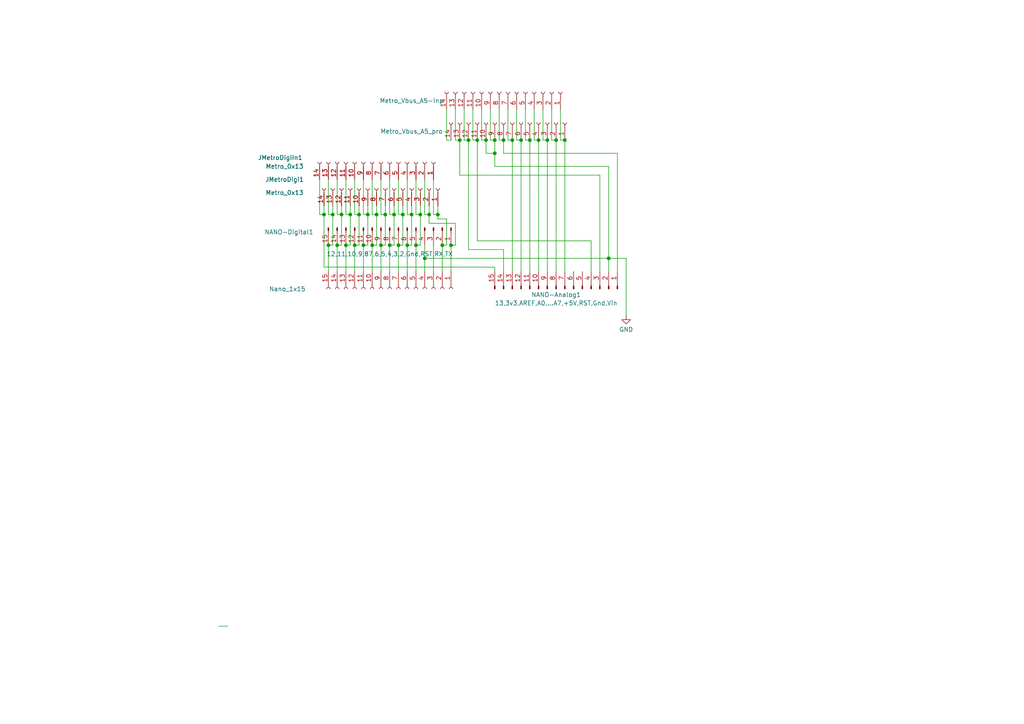
<source format=kicad_sch>
(kicad_sch (version 20230121) (generator eeschema)

  (uuid e3259798-7873-4060-bddb-d96810797230)

  (paper "A4")

  (lib_symbols
    (symbol "Connector:Conn_01x14_Socket" (pin_names (offset 1.016) hide) (in_bom yes) (on_board yes)
      (property "Reference" "J" (at 0 17.78 0)
        (effects (font (size 1.27 1.27)))
      )
      (property "Value" "Conn_01x14_Socket" (at 0 -20.32 0)
        (effects (font (size 1.27 1.27)))
      )
      (property "Footprint" "" (at 0 0 0)
        (effects (font (size 1.27 1.27)) hide)
      )
      (property "Datasheet" "~" (at 0 0 0)
        (effects (font (size 1.27 1.27)) hide)
      )
      (property "ki_locked" "" (at 0 0 0)
        (effects (font (size 1.27 1.27)))
      )
      (property "ki_keywords" "connector" (at 0 0 0)
        (effects (font (size 1.27 1.27)) hide)
      )
      (property "ki_description" "Generic connector, single row, 01x14, script generated" (at 0 0 0)
        (effects (font (size 1.27 1.27)) hide)
      )
      (property "ki_fp_filters" "Connector*:*_1x??_*" (at 0 0 0)
        (effects (font (size 1.27 1.27)) hide)
      )
      (symbol "Conn_01x14_Socket_1_1"
        (arc (start 0 -17.272) (mid -0.5058 -17.78) (end 0 -18.288)
          (stroke (width 0.1524) (type default))
          (fill (type none))
        )
        (arc (start 0 -14.732) (mid -0.5058 -15.24) (end 0 -15.748)
          (stroke (width 0.1524) (type default))
          (fill (type none))
        )
        (arc (start 0 -12.192) (mid -0.5058 -12.7) (end 0 -13.208)
          (stroke (width 0.1524) (type default))
          (fill (type none))
        )
        (arc (start 0 -9.652) (mid -0.5058 -10.16) (end 0 -10.668)
          (stroke (width 0.1524) (type default))
          (fill (type none))
        )
        (arc (start 0 -7.112) (mid -0.5058 -7.62) (end 0 -8.128)
          (stroke (width 0.1524) (type default))
          (fill (type none))
        )
        (arc (start 0 -4.572) (mid -0.5058 -5.08) (end 0 -5.588)
          (stroke (width 0.1524) (type default))
          (fill (type none))
        )
        (arc (start 0 -2.032) (mid -0.5058 -2.54) (end 0 -3.048)
          (stroke (width 0.1524) (type default))
          (fill (type none))
        )
        (polyline
          (pts
            (xy -1.27 -17.78)
            (xy -0.508 -17.78)
          )
          (stroke (width 0.1524) (type default))
          (fill (type none))
        )
        (polyline
          (pts
            (xy -1.27 -15.24)
            (xy -0.508 -15.24)
          )
          (stroke (width 0.1524) (type default))
          (fill (type none))
        )
        (polyline
          (pts
            (xy -1.27 -12.7)
            (xy -0.508 -12.7)
          )
          (stroke (width 0.1524) (type default))
          (fill (type none))
        )
        (polyline
          (pts
            (xy -1.27 -10.16)
            (xy -0.508 -10.16)
          )
          (stroke (width 0.1524) (type default))
          (fill (type none))
        )
        (polyline
          (pts
            (xy -1.27 -7.62)
            (xy -0.508 -7.62)
          )
          (stroke (width 0.1524) (type default))
          (fill (type none))
        )
        (polyline
          (pts
            (xy -1.27 -5.08)
            (xy -0.508 -5.08)
          )
          (stroke (width 0.1524) (type default))
          (fill (type none))
        )
        (polyline
          (pts
            (xy -1.27 -2.54)
            (xy -0.508 -2.54)
          )
          (stroke (width 0.1524) (type default))
          (fill (type none))
        )
        (polyline
          (pts
            (xy -1.27 0)
            (xy -0.508 0)
          )
          (stroke (width 0.1524) (type default))
          (fill (type none))
        )
        (polyline
          (pts
            (xy -1.27 2.54)
            (xy -0.508 2.54)
          )
          (stroke (width 0.1524) (type default))
          (fill (type none))
        )
        (polyline
          (pts
            (xy -1.27 5.08)
            (xy -0.508 5.08)
          )
          (stroke (width 0.1524) (type default))
          (fill (type none))
        )
        (polyline
          (pts
            (xy -1.27 7.62)
            (xy -0.508 7.62)
          )
          (stroke (width 0.1524) (type default))
          (fill (type none))
        )
        (polyline
          (pts
            (xy -1.27 10.16)
            (xy -0.508 10.16)
          )
          (stroke (width 0.1524) (type default))
          (fill (type none))
        )
        (polyline
          (pts
            (xy -1.27 12.7)
            (xy -0.508 12.7)
          )
          (stroke (width 0.1524) (type default))
          (fill (type none))
        )
        (polyline
          (pts
            (xy -1.27 15.24)
            (xy -0.508 15.24)
          )
          (stroke (width 0.1524) (type default))
          (fill (type none))
        )
        (arc (start 0 0.508) (mid -0.5058 0) (end 0 -0.508)
          (stroke (width 0.1524) (type default))
          (fill (type none))
        )
        (arc (start 0 3.048) (mid -0.5058 2.54) (end 0 2.032)
          (stroke (width 0.1524) (type default))
          (fill (type none))
        )
        (arc (start 0 5.588) (mid -0.5058 5.08) (end 0 4.572)
          (stroke (width 0.1524) (type default))
          (fill (type none))
        )
        (arc (start 0 8.128) (mid -0.5058 7.62) (end 0 7.112)
          (stroke (width 0.1524) (type default))
          (fill (type none))
        )
        (arc (start 0 10.668) (mid -0.5058 10.16) (end 0 9.652)
          (stroke (width 0.1524) (type default))
          (fill (type none))
        )
        (arc (start 0 13.208) (mid -0.5058 12.7) (end 0 12.192)
          (stroke (width 0.1524) (type default))
          (fill (type none))
        )
        (arc (start 0 15.748) (mid -0.5058 15.24) (end 0 14.732)
          (stroke (width 0.1524) (type default))
          (fill (type none))
        )
        (pin passive line (at -5.08 15.24 0) (length 3.81)
          (name "Pin_1" (effects (font (size 1.27 1.27))))
          (number "1" (effects (font (size 1.27 1.27))))
        )
        (pin passive line (at -5.08 -7.62 0) (length 3.81)
          (name "Pin_10" (effects (font (size 1.27 1.27))))
          (number "10" (effects (font (size 1.27 1.27))))
        )
        (pin passive line (at -5.08 -10.16 0) (length 3.81)
          (name "Pin_11" (effects (font (size 1.27 1.27))))
          (number "11" (effects (font (size 1.27 1.27))))
        )
        (pin passive line (at -5.08 -12.7 0) (length 3.81)
          (name "Pin_12" (effects (font (size 1.27 1.27))))
          (number "12" (effects (font (size 1.27 1.27))))
        )
        (pin passive line (at -5.08 -15.24 0) (length 3.81)
          (name "Pin_13" (effects (font (size 1.27 1.27))))
          (number "13" (effects (font (size 1.27 1.27))))
        )
        (pin passive line (at -5.08 -17.78 0) (length 3.81)
          (name "Pin_14" (effects (font (size 1.27 1.27))))
          (number "14" (effects (font (size 1.27 1.27))))
        )
        (pin passive line (at -5.08 12.7 0) (length 3.81)
          (name "Pin_2" (effects (font (size 1.27 1.27))))
          (number "2" (effects (font (size 1.27 1.27))))
        )
        (pin passive line (at -5.08 10.16 0) (length 3.81)
          (name "Pin_3" (effects (font (size 1.27 1.27))))
          (number "3" (effects (font (size 1.27 1.27))))
        )
        (pin passive line (at -5.08 7.62 0) (length 3.81)
          (name "Pin_4" (effects (font (size 1.27 1.27))))
          (number "4" (effects (font (size 1.27 1.27))))
        )
        (pin passive line (at -5.08 5.08 0) (length 3.81)
          (name "Pin_5" (effects (font (size 1.27 1.27))))
          (number "5" (effects (font (size 1.27 1.27))))
        )
        (pin passive line (at -5.08 2.54 0) (length 3.81)
          (name "Pin_6" (effects (font (size 1.27 1.27))))
          (number "6" (effects (font (size 1.27 1.27))))
        )
        (pin passive line (at -5.08 0 0) (length 3.81)
          (name "Pin_7" (effects (font (size 1.27 1.27))))
          (number "7" (effects (font (size 1.27 1.27))))
        )
        (pin passive line (at -5.08 -2.54 0) (length 3.81)
          (name "Pin_8" (effects (font (size 1.27 1.27))))
          (number "8" (effects (font (size 1.27 1.27))))
        )
        (pin passive line (at -5.08 -5.08 0) (length 3.81)
          (name "Pin_9" (effects (font (size 1.27 1.27))))
          (number "9" (effects (font (size 1.27 1.27))))
        )
      )
    )
    (symbol "Connector:Conn_01x15_Pin" (pin_names (offset 1.016) hide) (in_bom yes) (on_board yes)
      (property "Reference" "J" (at 0 20.32 0)
        (effects (font (size 1.27 1.27)))
      )
      (property "Value" "Conn_01x15_Pin" (at 0 -20.32 0)
        (effects (font (size 1.27 1.27)))
      )
      (property "Footprint" "" (at 0 0 0)
        (effects (font (size 1.27 1.27)) hide)
      )
      (property "Datasheet" "~" (at 0 0 0)
        (effects (font (size 1.27 1.27)) hide)
      )
      (property "ki_locked" "" (at 0 0 0)
        (effects (font (size 1.27 1.27)))
      )
      (property "ki_keywords" "connector" (at 0 0 0)
        (effects (font (size 1.27 1.27)) hide)
      )
      (property "ki_description" "Generic connector, single row, 01x15, script generated" (at 0 0 0)
        (effects (font (size 1.27 1.27)) hide)
      )
      (property "ki_fp_filters" "Connector*:*_1x??_*" (at 0 0 0)
        (effects (font (size 1.27 1.27)) hide)
      )
      (symbol "Conn_01x15_Pin_1_1"
        (polyline
          (pts
            (xy 1.27 -17.78)
            (xy 0.8636 -17.78)
          )
          (stroke (width 0.1524) (type default))
          (fill (type none))
        )
        (polyline
          (pts
            (xy 1.27 -15.24)
            (xy 0.8636 -15.24)
          )
          (stroke (width 0.1524) (type default))
          (fill (type none))
        )
        (polyline
          (pts
            (xy 1.27 -12.7)
            (xy 0.8636 -12.7)
          )
          (stroke (width 0.1524) (type default))
          (fill (type none))
        )
        (polyline
          (pts
            (xy 1.27 -10.16)
            (xy 0.8636 -10.16)
          )
          (stroke (width 0.1524) (type default))
          (fill (type none))
        )
        (polyline
          (pts
            (xy 1.27 -7.62)
            (xy 0.8636 -7.62)
          )
          (stroke (width 0.1524) (type default))
          (fill (type none))
        )
        (polyline
          (pts
            (xy 1.27 -5.08)
            (xy 0.8636 -5.08)
          )
          (stroke (width 0.1524) (type default))
          (fill (type none))
        )
        (polyline
          (pts
            (xy 1.27 -2.54)
            (xy 0.8636 -2.54)
          )
          (stroke (width 0.1524) (type default))
          (fill (type none))
        )
        (polyline
          (pts
            (xy 1.27 0)
            (xy 0.8636 0)
          )
          (stroke (width 0.1524) (type default))
          (fill (type none))
        )
        (polyline
          (pts
            (xy 1.27 2.54)
            (xy 0.8636 2.54)
          )
          (stroke (width 0.1524) (type default))
          (fill (type none))
        )
        (polyline
          (pts
            (xy 1.27 5.08)
            (xy 0.8636 5.08)
          )
          (stroke (width 0.1524) (type default))
          (fill (type none))
        )
        (polyline
          (pts
            (xy 1.27 7.62)
            (xy 0.8636 7.62)
          )
          (stroke (width 0.1524) (type default))
          (fill (type none))
        )
        (polyline
          (pts
            (xy 1.27 10.16)
            (xy 0.8636 10.16)
          )
          (stroke (width 0.1524) (type default))
          (fill (type none))
        )
        (polyline
          (pts
            (xy 1.27 12.7)
            (xy 0.8636 12.7)
          )
          (stroke (width 0.1524) (type default))
          (fill (type none))
        )
        (polyline
          (pts
            (xy 1.27 15.24)
            (xy 0.8636 15.24)
          )
          (stroke (width 0.1524) (type default))
          (fill (type none))
        )
        (polyline
          (pts
            (xy 1.27 17.78)
            (xy 0.8636 17.78)
          )
          (stroke (width 0.1524) (type default))
          (fill (type none))
        )
        (rectangle (start 0.8636 -17.653) (end 0 -17.907)
          (stroke (width 0.1524) (type default))
          (fill (type outline))
        )
        (rectangle (start 0.8636 -15.113) (end 0 -15.367)
          (stroke (width 0.1524) (type default))
          (fill (type outline))
        )
        (rectangle (start 0.8636 -12.573) (end 0 -12.827)
          (stroke (width 0.1524) (type default))
          (fill (type outline))
        )
        (rectangle (start 0.8636 -10.033) (end 0 -10.287)
          (stroke (width 0.1524) (type default))
          (fill (type outline))
        )
        (rectangle (start 0.8636 -7.493) (end 0 -7.747)
          (stroke (width 0.1524) (type default))
          (fill (type outline))
        )
        (rectangle (start 0.8636 -4.953) (end 0 -5.207)
          (stroke (width 0.1524) (type default))
          (fill (type outline))
        )
        (rectangle (start 0.8636 -2.413) (end 0 -2.667)
          (stroke (width 0.1524) (type default))
          (fill (type outline))
        )
        (rectangle (start 0.8636 0.127) (end 0 -0.127)
          (stroke (width 0.1524) (type default))
          (fill (type outline))
        )
        (rectangle (start 0.8636 2.667) (end 0 2.413)
          (stroke (width 0.1524) (type default))
          (fill (type outline))
        )
        (rectangle (start 0.8636 5.207) (end 0 4.953)
          (stroke (width 0.1524) (type default))
          (fill (type outline))
        )
        (rectangle (start 0.8636 7.747) (end 0 7.493)
          (stroke (width 0.1524) (type default))
          (fill (type outline))
        )
        (rectangle (start 0.8636 10.287) (end 0 10.033)
          (stroke (width 0.1524) (type default))
          (fill (type outline))
        )
        (rectangle (start 0.8636 12.827) (end 0 12.573)
          (stroke (width 0.1524) (type default))
          (fill (type outline))
        )
        (rectangle (start 0.8636 15.367) (end 0 15.113)
          (stroke (width 0.1524) (type default))
          (fill (type outline))
        )
        (rectangle (start 0.8636 17.907) (end 0 17.653)
          (stroke (width 0.1524) (type default))
          (fill (type outline))
        )
        (pin passive line (at 5.08 17.78 180) (length 3.81)
          (name "Pin_1" (effects (font (size 1.27 1.27))))
          (number "1" (effects (font (size 1.27 1.27))))
        )
        (pin passive line (at 5.08 -5.08 180) (length 3.81)
          (name "Pin_10" (effects (font (size 1.27 1.27))))
          (number "10" (effects (font (size 1.27 1.27))))
        )
        (pin passive line (at 5.08 -7.62 180) (length 3.81)
          (name "Pin_11" (effects (font (size 1.27 1.27))))
          (number "11" (effects (font (size 1.27 1.27))))
        )
        (pin passive line (at 5.08 -10.16 180) (length 3.81)
          (name "Pin_12" (effects (font (size 1.27 1.27))))
          (number "12" (effects (font (size 1.27 1.27))))
        )
        (pin passive line (at 5.08 -12.7 180) (length 3.81)
          (name "Pin_13" (effects (font (size 1.27 1.27))))
          (number "13" (effects (font (size 1.27 1.27))))
        )
        (pin passive line (at 5.08 -15.24 180) (length 3.81)
          (name "Pin_14" (effects (font (size 1.27 1.27))))
          (number "14" (effects (font (size 1.27 1.27))))
        )
        (pin passive line (at 5.08 -17.78 180) (length 3.81)
          (name "Pin_15" (effects (font (size 1.27 1.27))))
          (number "15" (effects (font (size 1.27 1.27))))
        )
        (pin passive line (at 5.08 15.24 180) (length 3.81)
          (name "Pin_2" (effects (font (size 1.27 1.27))))
          (number "2" (effects (font (size 1.27 1.27))))
        )
        (pin passive line (at 5.08 12.7 180) (length 3.81)
          (name "Pin_3" (effects (font (size 1.27 1.27))))
          (number "3" (effects (font (size 1.27 1.27))))
        )
        (pin passive line (at 5.08 10.16 180) (length 3.81)
          (name "Pin_4" (effects (font (size 1.27 1.27))))
          (number "4" (effects (font (size 1.27 1.27))))
        )
        (pin passive line (at 5.08 7.62 180) (length 3.81)
          (name "Pin_5" (effects (font (size 1.27 1.27))))
          (number "5" (effects (font (size 1.27 1.27))))
        )
        (pin passive line (at 5.08 5.08 180) (length 3.81)
          (name "Pin_6" (effects (font (size 1.27 1.27))))
          (number "6" (effects (font (size 1.27 1.27))))
        )
        (pin passive line (at 5.08 2.54 180) (length 3.81)
          (name "Pin_7" (effects (font (size 1.27 1.27))))
          (number "7" (effects (font (size 1.27 1.27))))
        )
        (pin passive line (at 5.08 0 180) (length 3.81)
          (name "Pin_8" (effects (font (size 1.27 1.27))))
          (number "8" (effects (font (size 1.27 1.27))))
        )
        (pin passive line (at 5.08 -2.54 180) (length 3.81)
          (name "Pin_9" (effects (font (size 1.27 1.27))))
          (number "9" (effects (font (size 1.27 1.27))))
        )
      )
    )
    (symbol "Connector:Conn_01x15_Socket" (pin_names (offset 1.016) hide) (in_bom yes) (on_board yes)
      (property "Reference" "J" (at 0 20.32 0)
        (effects (font (size 1.27 1.27)))
      )
      (property "Value" "Conn_01x15_Socket" (at 0 -20.32 0)
        (effects (font (size 1.27 1.27)))
      )
      (property "Footprint" "" (at 0 0 0)
        (effects (font (size 1.27 1.27)) hide)
      )
      (property "Datasheet" "~" (at 0 0 0)
        (effects (font (size 1.27 1.27)) hide)
      )
      (property "ki_locked" "" (at 0 0 0)
        (effects (font (size 1.27 1.27)))
      )
      (property "ki_keywords" "connector" (at 0 0 0)
        (effects (font (size 1.27 1.27)) hide)
      )
      (property "ki_description" "Generic connector, single row, 01x15, script generated" (at 0 0 0)
        (effects (font (size 1.27 1.27)) hide)
      )
      (property "ki_fp_filters" "Connector*:*_1x??_*" (at 0 0 0)
        (effects (font (size 1.27 1.27)) hide)
      )
      (symbol "Conn_01x15_Socket_1_1"
        (arc (start 0 -17.272) (mid -0.5058 -17.78) (end 0 -18.288)
          (stroke (width 0.1524) (type default))
          (fill (type none))
        )
        (arc (start 0 -14.732) (mid -0.5058 -15.24) (end 0 -15.748)
          (stroke (width 0.1524) (type default))
          (fill (type none))
        )
        (arc (start 0 -12.192) (mid -0.5058 -12.7) (end 0 -13.208)
          (stroke (width 0.1524) (type default))
          (fill (type none))
        )
        (arc (start 0 -9.652) (mid -0.5058 -10.16) (end 0 -10.668)
          (stroke (width 0.1524) (type default))
          (fill (type none))
        )
        (arc (start 0 -7.112) (mid -0.5058 -7.62) (end 0 -8.128)
          (stroke (width 0.1524) (type default))
          (fill (type none))
        )
        (arc (start 0 -4.572) (mid -0.5058 -5.08) (end 0 -5.588)
          (stroke (width 0.1524) (type default))
          (fill (type none))
        )
        (arc (start 0 -2.032) (mid -0.5058 -2.54) (end 0 -3.048)
          (stroke (width 0.1524) (type default))
          (fill (type none))
        )
        (polyline
          (pts
            (xy -1.27 -17.78)
            (xy -0.508 -17.78)
          )
          (stroke (width 0.1524) (type default))
          (fill (type none))
        )
        (polyline
          (pts
            (xy -1.27 -15.24)
            (xy -0.508 -15.24)
          )
          (stroke (width 0.1524) (type default))
          (fill (type none))
        )
        (polyline
          (pts
            (xy -1.27 -12.7)
            (xy -0.508 -12.7)
          )
          (stroke (width 0.1524) (type default))
          (fill (type none))
        )
        (polyline
          (pts
            (xy -1.27 -10.16)
            (xy -0.508 -10.16)
          )
          (stroke (width 0.1524) (type default))
          (fill (type none))
        )
        (polyline
          (pts
            (xy -1.27 -7.62)
            (xy -0.508 -7.62)
          )
          (stroke (width 0.1524) (type default))
          (fill (type none))
        )
        (polyline
          (pts
            (xy -1.27 -5.08)
            (xy -0.508 -5.08)
          )
          (stroke (width 0.1524) (type default))
          (fill (type none))
        )
        (polyline
          (pts
            (xy -1.27 -2.54)
            (xy -0.508 -2.54)
          )
          (stroke (width 0.1524) (type default))
          (fill (type none))
        )
        (polyline
          (pts
            (xy -1.27 0)
            (xy -0.508 0)
          )
          (stroke (width 0.1524) (type default))
          (fill (type none))
        )
        (polyline
          (pts
            (xy -1.27 2.54)
            (xy -0.508 2.54)
          )
          (stroke (width 0.1524) (type default))
          (fill (type none))
        )
        (polyline
          (pts
            (xy -1.27 5.08)
            (xy -0.508 5.08)
          )
          (stroke (width 0.1524) (type default))
          (fill (type none))
        )
        (polyline
          (pts
            (xy -1.27 7.62)
            (xy -0.508 7.62)
          )
          (stroke (width 0.1524) (type default))
          (fill (type none))
        )
        (polyline
          (pts
            (xy -1.27 10.16)
            (xy -0.508 10.16)
          )
          (stroke (width 0.1524) (type default))
          (fill (type none))
        )
        (polyline
          (pts
            (xy -1.27 12.7)
            (xy -0.508 12.7)
          )
          (stroke (width 0.1524) (type default))
          (fill (type none))
        )
        (polyline
          (pts
            (xy -1.27 15.24)
            (xy -0.508 15.24)
          )
          (stroke (width 0.1524) (type default))
          (fill (type none))
        )
        (polyline
          (pts
            (xy -1.27 17.78)
            (xy -0.508 17.78)
          )
          (stroke (width 0.1524) (type default))
          (fill (type none))
        )
        (arc (start 0 0.508) (mid -0.5058 0) (end 0 -0.508)
          (stroke (width 0.1524) (type default))
          (fill (type none))
        )
        (arc (start 0 3.048) (mid -0.5058 2.54) (end 0 2.032)
          (stroke (width 0.1524) (type default))
          (fill (type none))
        )
        (arc (start 0 5.588) (mid -0.5058 5.08) (end 0 4.572)
          (stroke (width 0.1524) (type default))
          (fill (type none))
        )
        (arc (start 0 8.128) (mid -0.5058 7.62) (end 0 7.112)
          (stroke (width 0.1524) (type default))
          (fill (type none))
        )
        (arc (start 0 10.668) (mid -0.5058 10.16) (end 0 9.652)
          (stroke (width 0.1524) (type default))
          (fill (type none))
        )
        (arc (start 0 13.208) (mid -0.5058 12.7) (end 0 12.192)
          (stroke (width 0.1524) (type default))
          (fill (type none))
        )
        (arc (start 0 15.748) (mid -0.5058 15.24) (end 0 14.732)
          (stroke (width 0.1524) (type default))
          (fill (type none))
        )
        (arc (start 0 18.288) (mid -0.5058 17.78) (end 0 17.272)
          (stroke (width 0.1524) (type default))
          (fill (type none))
        )
        (pin passive line (at -5.08 17.78 0) (length 3.81)
          (name "Pin_1" (effects (font (size 1.27 1.27))))
          (number "1" (effects (font (size 1.27 1.27))))
        )
        (pin passive line (at -5.08 -5.08 0) (length 3.81)
          (name "Pin_10" (effects (font (size 1.27 1.27))))
          (number "10" (effects (font (size 1.27 1.27))))
        )
        (pin passive line (at -5.08 -7.62 0) (length 3.81)
          (name "Pin_11" (effects (font (size 1.27 1.27))))
          (number "11" (effects (font (size 1.27 1.27))))
        )
        (pin passive line (at -5.08 -10.16 0) (length 3.81)
          (name "Pin_12" (effects (font (size 1.27 1.27))))
          (number "12" (effects (font (size 1.27 1.27))))
        )
        (pin passive line (at -5.08 -12.7 0) (length 3.81)
          (name "Pin_13" (effects (font (size 1.27 1.27))))
          (number "13" (effects (font (size 1.27 1.27))))
        )
        (pin passive line (at -5.08 -15.24 0) (length 3.81)
          (name "Pin_14" (effects (font (size 1.27 1.27))))
          (number "14" (effects (font (size 1.27 1.27))))
        )
        (pin passive line (at -5.08 -17.78 0) (length 3.81)
          (name "Pin_15" (effects (font (size 1.27 1.27))))
          (number "15" (effects (font (size 1.27 1.27))))
        )
        (pin passive line (at -5.08 15.24 0) (length 3.81)
          (name "Pin_2" (effects (font (size 1.27 1.27))))
          (number "2" (effects (font (size 1.27 1.27))))
        )
        (pin passive line (at -5.08 12.7 0) (length 3.81)
          (name "Pin_3" (effects (font (size 1.27 1.27))))
          (number "3" (effects (font (size 1.27 1.27))))
        )
        (pin passive line (at -5.08 10.16 0) (length 3.81)
          (name "Pin_4" (effects (font (size 1.27 1.27))))
          (number "4" (effects (font (size 1.27 1.27))))
        )
        (pin passive line (at -5.08 7.62 0) (length 3.81)
          (name "Pin_5" (effects (font (size 1.27 1.27))))
          (number "5" (effects (font (size 1.27 1.27))))
        )
        (pin passive line (at -5.08 5.08 0) (length 3.81)
          (name "Pin_6" (effects (font (size 1.27 1.27))))
          (number "6" (effects (font (size 1.27 1.27))))
        )
        (pin passive line (at -5.08 2.54 0) (length 3.81)
          (name "Pin_7" (effects (font (size 1.27 1.27))))
          (number "7" (effects (font (size 1.27 1.27))))
        )
        (pin passive line (at -5.08 0 0) (length 3.81)
          (name "Pin_8" (effects (font (size 1.27 1.27))))
          (number "8" (effects (font (size 1.27 1.27))))
        )
        (pin passive line (at -5.08 -2.54 0) (length 3.81)
          (name "Pin_9" (effects (font (size 1.27 1.27))))
          (number "9" (effects (font (size 1.27 1.27))))
        )
      )
    )
    (symbol "power:GND" (power) (pin_names (offset 0)) (in_bom yes) (on_board yes)
      (property "Reference" "#PWR" (at 0 -6.35 0)
        (effects (font (size 1.27 1.27)) hide)
      )
      (property "Value" "GND" (at 0 -3.81 0)
        (effects (font (size 1.27 1.27)))
      )
      (property "Footprint" "" (at 0 0 0)
        (effects (font (size 1.27 1.27)) hide)
      )
      (property "Datasheet" "" (at 0 0 0)
        (effects (font (size 1.27 1.27)) hide)
      )
      (property "ki_keywords" "global power" (at 0 0 0)
        (effects (font (size 1.27 1.27)) hide)
      )
      (property "ki_description" "Power symbol creates a global label with name \"GND\" , ground" (at 0 0 0)
        (effects (font (size 1.27 1.27)) hide)
      )
      (symbol "GND_0_1"
        (polyline
          (pts
            (xy 0 0)
            (xy 0 -1.27)
            (xy 1.27 -1.27)
            (xy 0 -2.54)
            (xy -1.27 -1.27)
            (xy 0 -1.27)
          )
          (stroke (width 0) (type default))
          (fill (type none))
        )
      )
      (symbol "GND_1_1"
        (pin power_in line (at 0 0 270) (length 0) hide
          (name "GND" (effects (font (size 1.27 1.27))))
          (number "1" (effects (font (size 1.27 1.27))))
        )
      )
    )
  )

  (junction (at 121.92 62.23) (diameter 0) (color 0 0 0 0)
    (uuid 042cdc0f-0e4e-4a24-a090-e299cdc92bef)
  )
  (junction (at 133.35 40.64) (diameter 0) (color 0 0 0 0)
    (uuid 0cd2cc16-53b4-4946-89a1-e515982cdd3f)
  )
  (junction (at 135.89 40.64) (diameter 0) (color 0 0 0 0)
    (uuid 11385ada-dfbb-4a00-8474-d718d3988cd2)
  )
  (junction (at 143.51 44.45) (diameter 0) (color 0 0 0 0)
    (uuid 13984e75-bdf6-4a51-a3bb-8616089a9a87)
  )
  (junction (at 97.79 71.12) (diameter 0) (color 0 0 0 0)
    (uuid 1f9ec7b1-9f2a-414a-bd65-ecebb5867f92)
  )
  (junction (at 104.14 62.23) (diameter 0) (color 0 0 0 0)
    (uuid 21db1dea-d295-4315-ba68-b4d0bb981a94)
  )
  (junction (at 143.51 40.64) (diameter 0) (color 0 0 0 0)
    (uuid 268506e1-59b4-4947-96ae-77b07506d1f7)
  )
  (junction (at 176.53 74.93) (diameter 0) (color 0 0 0 0)
    (uuid 2b2738f8-0191-4bc2-a053-223c15630e0f)
  )
  (junction (at 124.46 62.23) (diameter 0) (color 0 0 0 0)
    (uuid 2d62b2c7-9750-401e-bafa-241a715a63a1)
  )
  (junction (at 158.75 40.64) (diameter 0) (color 0 0 0 0)
    (uuid 2e832ad5-e9ee-40d1-b2e5-8004ec84a384)
  )
  (junction (at 99.06 62.23) (diameter 0) (color 0 0 0 0)
    (uuid 2e9d64ba-c9ee-436d-9756-219a7c36c841)
  )
  (junction (at 116.84 62.23) (diameter 0) (color 0 0 0 0)
    (uuid 36363ae2-f66a-4b3f-bd30-8ede85f06c76)
  )
  (junction (at 95.25 71.12) (diameter 0) (color 0 0 0 0)
    (uuid 3bf61afd-549d-4adc-8ebf-02d7947381b2)
  )
  (junction (at 140.97 40.64) (diameter 0) (color 0 0 0 0)
    (uuid 3fc90591-9a80-4318-84eb-819336f398da)
  )
  (junction (at 123.19 74.93) (diameter 0) (color 0 0 0 0)
    (uuid 4d3c4c6b-3c34-46f5-9f96-ca0e279f7357)
  )
  (junction (at 110.49 71.12) (diameter 0) (color 0 0 0 0)
    (uuid 5197ccaf-1631-4a82-a9ed-0d95ea7d7148)
  )
  (junction (at 111.76 62.23) (diameter 0) (color 0 0 0 0)
    (uuid 539940f1-9a82-4336-9232-1fb7ff477677)
  )
  (junction (at 118.11 71.12) (diameter 0) (color 0 0 0 0)
    (uuid 54dba0c6-b50b-4b94-8392-b62a227745be)
  )
  (junction (at 161.29 40.64) (diameter 0) (color 0 0 0 0)
    (uuid 579abc87-5fe5-4455-9c83-8a139820602f)
  )
  (junction (at 148.59 40.64) (diameter 0) (color 0 0 0 0)
    (uuid 62dbcd91-7e96-4618-b29f-e2bed75b6560)
  )
  (junction (at 119.38 62.23) (diameter 0) (color 0 0 0 0)
    (uuid 63608f5c-c920-4a09-b097-dd4dbc508418)
  )
  (junction (at 130.81 71.12) (diameter 0) (color 0 0 0 0)
    (uuid 6473cb32-3a7e-4b03-af5f-f2a2df592a55)
  )
  (junction (at 127 62.23) (diameter 0) (color 0 0 0 0)
    (uuid 7cd9c14e-6d6c-4930-8d37-1278a56461c2)
  )
  (junction (at 128.27 71.12) (diameter 0) (color 0 0 0 0)
    (uuid 7d6aac13-6438-45d4-9d20-985e9bf90be5)
  )
  (junction (at 163.83 40.64) (diameter 0) (color 0 0 0 0)
    (uuid 82ba8b70-a7cd-4bc8-93a1-58adcd242d12)
  )
  (junction (at 93.98 62.23) (diameter 0) (color 0 0 0 0)
    (uuid 95cdc2d7-490d-489a-9e29-1c6d18204868)
  )
  (junction (at 156.21 40.64) (diameter 0) (color 0 0 0 0)
    (uuid 9e39e700-e598-4c73-aa1b-e9d306f428a5)
  )
  (junction (at 105.41 71.12) (diameter 0) (color 0 0 0 0)
    (uuid 9ea9319d-7103-42ef-a2f3-9c9803e70203)
  )
  (junction (at 102.87 71.12) (diameter 0) (color 0 0 0 0)
    (uuid a1760d4d-4e51-4fb2-a2b6-eb759428a660)
  )
  (junction (at 115.57 71.12) (diameter 0) (color 0 0 0 0)
    (uuid a5d76d6d-0ad0-4bc9-a629-2aca8546d741)
  )
  (junction (at 100.33 71.12) (diameter 0) (color 0 0 0 0)
    (uuid af15775b-cca2-411c-ba82-5f30bd89eb55)
  )
  (junction (at 107.95 71.12) (diameter 0) (color 0 0 0 0)
    (uuid b4e9da19-ed7b-4905-8069-0a9e26c212cc)
  )
  (junction (at 138.43 40.64) (diameter 0) (color 0 0 0 0)
    (uuid b64a9ffa-e9f6-452f-b756-7a3bcdb86070)
  )
  (junction (at 101.6 62.23) (diameter 0) (color 0 0 0 0)
    (uuid baea7a28-9142-47e4-88a0-c28ae0f6409e)
  )
  (junction (at 120.65 71.12) (diameter 0) (color 0 0 0 0)
    (uuid c021eef9-7735-43ad-81ea-69e3a6637bc1)
  )
  (junction (at 113.03 71.12) (diameter 0) (color 0 0 0 0)
    (uuid ccc8e7e1-be05-41db-86dc-bb9455853871)
  )
  (junction (at 151.13 40.64) (diameter 0) (color 0 0 0 0)
    (uuid cd466435-0328-4010-933a-6eaac1296552)
  )
  (junction (at 109.22 62.23) (diameter 0) (color 0 0 0 0)
    (uuid cd9a091d-ff7a-46f2-ba31-7167fed5a2e4)
  )
  (junction (at 146.05 40.64) (diameter 0) (color 0 0 0 0)
    (uuid d8e95df6-5167-48aa-97df-5953419c3302)
  )
  (junction (at 114.3 62.23) (diameter 0) (color 0 0 0 0)
    (uuid dd5e8d3b-d54d-468c-ab3b-2b9b3c553183)
  )
  (junction (at 106.68 62.23) (diameter 0) (color 0 0 0 0)
    (uuid dd67cdaf-7509-463d-9d06-442b59911f36)
  )
  (junction (at 153.67 40.64) (diameter 0) (color 0 0 0 0)
    (uuid e005188e-9a07-4d88-bd58-0a785ea55cb9)
  )
  (junction (at 96.52 62.23) (diameter 0) (color 0 0 0 0)
    (uuid ee276152-1fc4-4ba7-b4c7-1a4b8d01423e)
  )

  (wire (pts (xy 115.57 62.23) (xy 116.84 62.23))
    (stroke (width 0) (type default))
    (uuid 00d4f8a4-4e0a-4b2c-b914-75bad715a2f8)
  )
  (wire (pts (xy 125.73 71.12) (xy 125.73 78.74))
    (stroke (width 0) (type default))
    (uuid 072cfb85-58b9-4e03-b90d-9fc0b0889bc7)
  )
  (wire (pts (xy 93.98 59.69) (xy 93.98 62.23))
    (stroke (width 0) (type default))
    (uuid 07fca1a0-ca93-47b9-b64e-20a8c4ebe720)
  )
  (wire (pts (xy 113.03 52.07) (xy 113.03 62.23))
    (stroke (width 0) (type default))
    (uuid 0ed195cd-0c1d-4f13-8212-af370dd697e0)
  )
  (wire (pts (xy 121.92 59.69) (xy 121.92 62.23))
    (stroke (width 0) (type default))
    (uuid 0fa71425-9b63-4b6c-99c9-d815f882517d)
  )
  (wire (pts (xy 118.11 71.12) (xy 119.38 71.12))
    (stroke (width 0) (type default))
    (uuid 10248487-6a45-43d1-b0e1-280e40da3362)
  )
  (wire (pts (xy 116.84 59.69) (xy 116.84 62.23))
    (stroke (width 0) (type default))
    (uuid 1123d564-f69b-4f67-9384-e40be80f3cf7)
  )
  (wire (pts (xy 118.11 62.23) (xy 119.38 62.23))
    (stroke (width 0) (type default))
    (uuid 11a6bd21-4d16-4f71-9f18-acbf09e83876)
  )
  (wire (pts (xy 100.33 52.07) (xy 100.33 62.23))
    (stroke (width 0) (type default))
    (uuid 12b12eac-b5a4-41f8-9783-c9e0e8c3685c)
  )
  (wire (pts (xy 160.02 40.64) (xy 161.29 40.64))
    (stroke (width 0) (type default))
    (uuid 14bf6a49-5fad-4716-ba4c-8cd4be2bee00)
  )
  (wire (pts (xy 97.79 52.07) (xy 97.79 62.23))
    (stroke (width 0) (type default))
    (uuid 181e6fa3-680a-494e-967b-2c2d26962ca1)
  )
  (wire (pts (xy 176.53 74.93) (xy 176.53 78.74))
    (stroke (width 0) (type default))
    (uuid 1911688e-502e-480c-88d8-d541cb5169e3)
  )
  (wire (pts (xy 151.13 40.64) (xy 151.13 78.74))
    (stroke (width 0) (type default))
    (uuid 1a6b4695-5407-4c51-bb33-87c01a3e72f0)
  )
  (wire (pts (xy 118.11 71.12) (xy 118.11 78.74))
    (stroke (width 0) (type default))
    (uuid 1f8fd7ee-a403-4e26-a4d0-b3ac8ab64699)
  )
  (wire (pts (xy 142.24 31.75) (xy 142.24 40.64))
    (stroke (width 0) (type default))
    (uuid 1ff30f17-fd04-4f65-afa1-67bde0cf4b66)
  )
  (wire (pts (xy 129.54 63.5) (xy 129.54 71.12))
    (stroke (width 0) (type default))
    (uuid 20bb28bc-6e7c-4c81-8db4-101c081e4ff0)
  )
  (wire (pts (xy 137.16 40.64) (xy 138.43 40.64))
    (stroke (width 0) (type default))
    (uuid 21ba4383-38e3-4db9-955e-771e4ab08b18)
  )
  (wire (pts (xy 120.65 52.07) (xy 120.65 62.23))
    (stroke (width 0) (type default))
    (uuid 27358c1b-6cba-420b-8afd-61aeee8d51d2)
  )
  (wire (pts (xy 149.86 31.75) (xy 149.86 40.64))
    (stroke (width 0) (type default))
    (uuid 28ae1773-20e8-4204-b8b6-e4fdb51d8f4c)
  )
  (wire (pts (xy 129.54 40.64) (xy 130.81 40.64))
    (stroke (width 0) (type default))
    (uuid 291be1ba-8feb-471f-b29b-7a34eeba61e0)
  )
  (wire (pts (xy 140.97 44.45) (xy 143.51 44.45))
    (stroke (width 0) (type default))
    (uuid 2b82fca2-2e48-4ca9-90da-0ba01aafb139)
  )
  (wire (pts (xy 95.25 71.12) (xy 95.25 78.74))
    (stroke (width 0) (type default))
    (uuid 2d9f00f0-6177-4223-993b-8261486abfe5)
  )
  (wire (pts (xy 153.67 40.64) (xy 153.67 78.74))
    (stroke (width 0) (type default))
    (uuid 2f5caf6f-20f3-4bd0-b566-1d1fa0121483)
  )
  (wire (pts (xy 176.53 48.26) (xy 176.53 74.93))
    (stroke (width 0) (type default))
    (uuid 2fd6c2a3-d5a9-4377-82f3-9fe36cec7a47)
  )
  (wire (pts (xy 93.98 62.23) (xy 93.98 77.47))
    (stroke (width 0) (type default))
    (uuid 32c5afe3-774e-42bc-8277-0a50937b1d0f)
  )
  (wire (pts (xy 147.32 31.75) (xy 147.32 40.64))
    (stroke (width 0) (type default))
    (uuid 331cc976-18f4-4255-b169-85f30218c30a)
  )
  (wire (pts (xy 124.46 62.23) (xy 124.46 64.77))
    (stroke (width 0) (type default))
    (uuid 33fd3ece-b8be-4994-9a89-65d855cdbc64)
  )
  (wire (pts (xy 162.56 31.75) (xy 162.56 40.64))
    (stroke (width 0) (type default))
    (uuid 34a94f8b-6504-49de-a7a6-cb50242ca0e6)
  )
  (wire (pts (xy 124.46 59.69) (xy 124.46 62.23))
    (stroke (width 0) (type default))
    (uuid 35c41267-6380-43bf-b621-aa744606ed89)
  )
  (wire (pts (xy 121.92 62.23) (xy 121.92 71.12))
    (stroke (width 0) (type default))
    (uuid 361df491-c4a4-461c-907c-c46db365a39a)
  )
  (wire (pts (xy 132.08 40.64) (xy 133.35 40.64))
    (stroke (width 0) (type default))
    (uuid 36d1f781-bde5-4c22-bc46-4be188c0afed)
  )
  (wire (pts (xy 104.14 71.12) (xy 102.87 71.12))
    (stroke (width 0) (type default))
    (uuid 36efabbf-fe3b-42f9-a86d-435e1ec00821)
  )
  (wire (pts (xy 118.11 52.07) (xy 118.11 62.23))
    (stroke (width 0) (type default))
    (uuid 38481de7-f264-4334-9d51-bb9ed7198fa3)
  )
  (wire (pts (xy 100.33 62.23) (xy 101.6 62.23))
    (stroke (width 0) (type default))
    (uuid 40487e93-20f6-48f0-aa9e-d820c785e39d)
  )
  (wire (pts (xy 114.3 71.12) (xy 113.03 71.12))
    (stroke (width 0) (type default))
    (uuid 41a800f3-283b-45b9-9d83-a6d01c72db83)
  )
  (wire (pts (xy 113.03 71.12) (xy 113.03 78.74))
    (stroke (width 0) (type default))
    (uuid 4489b0ce-a7da-4609-aa24-a79b31e8113c)
  )
  (wire (pts (xy 132.08 71.12) (xy 130.81 71.12))
    (stroke (width 0) (type default))
    (uuid 45b5f90d-4092-4d7a-8eaf-ac4ceb866503)
  )
  (wire (pts (xy 111.76 59.69) (xy 111.76 62.23))
    (stroke (width 0) (type default))
    (uuid 46345c1f-3c48-4384-ab41-4191121e4ff0)
  )
  (wire (pts (xy 120.65 71.12) (xy 120.65 78.74))
    (stroke (width 0) (type default))
    (uuid 48bca64d-99a5-48cc-a7de-12c5a91d3f94)
  )
  (wire (pts (xy 157.48 40.64) (xy 158.75 40.64))
    (stroke (width 0) (type default))
    (uuid 48e35be6-1e11-42ef-b15d-6a4391695f6e)
  )
  (wire (pts (xy 95.25 52.07) (xy 95.25 62.23))
    (stroke (width 0) (type default))
    (uuid 4b40c727-c980-43d0-af5e-6d7f18a139f3)
  )
  (wire (pts (xy 146.05 40.64) (xy 146.05 44.45))
    (stroke (width 0) (type default))
    (uuid 4d790674-214f-41fb-89e5-ac329e54fb53)
  )
  (wire (pts (xy 110.49 71.12) (xy 110.49 78.74))
    (stroke (width 0) (type default))
    (uuid 4d829d94-9f41-4711-9c86-770d873f6cab)
  )
  (wire (pts (xy 147.32 40.64) (xy 148.59 40.64))
    (stroke (width 0) (type default))
    (uuid 4fc29124-1099-4550-9a8a-f00f751a4b18)
  )
  (wire (pts (xy 133.35 50.8) (xy 173.99 50.8))
    (stroke (width 0) (type default))
    (uuid 4fda8293-2bb5-4220-bb8e-4baa99cfe484)
  )
  (wire (pts (xy 110.49 62.23) (xy 111.76 62.23))
    (stroke (width 0) (type default))
    (uuid 55031139-ba69-47cd-9623-11b5c8ee06e3)
  )
  (wire (pts (xy 160.02 31.75) (xy 160.02 40.64))
    (stroke (width 0) (type default))
    (uuid 57711981-aaf7-48c0-b84b-ed3c7fd24de2)
  )
  (wire (pts (xy 138.43 40.64) (xy 138.43 69.85))
    (stroke (width 0) (type default))
    (uuid 58ad739f-75ed-4ad4-8108-1f7bd1b2cdaf)
  )
  (wire (pts (xy 171.45 69.85) (xy 171.45 78.74))
    (stroke (width 0) (type default))
    (uuid 58c2a296-4f9e-4dc4-9ef4-41cb3c8daae5)
  )
  (wire (pts (xy 132.08 31.75) (xy 132.08 40.64))
    (stroke (width 0) (type default))
    (uuid 5a829eb6-eebf-46d5-9618-9c0aa1a02a6f)
  )
  (wire (pts (xy 134.62 40.64) (xy 135.89 40.64))
    (stroke (width 0) (type default))
    (uuid 5bb7fda9-a545-4d67-af5d-f3691f6cfb74)
  )
  (wire (pts (xy 102.87 71.12) (xy 102.87 78.74))
    (stroke (width 0) (type default))
    (uuid 5f5fdcb3-a981-4e9c-8b1c-28f94151f314)
  )
  (wire (pts (xy 101.6 59.69) (xy 101.6 62.23))
    (stroke (width 0) (type default))
    (uuid 5f9083ec-4e2b-486d-8a95-64f60731f4c3)
  )
  (wire (pts (xy 149.86 40.64) (xy 151.13 40.64))
    (stroke (width 0) (type default))
    (uuid 643a228a-e602-4152-8a83-5c7b6e2354b6)
  )
  (wire (pts (xy 137.16 31.75) (xy 137.16 40.64))
    (stroke (width 0) (type default))
    (uuid 6458fc79-a767-4c71-bbcf-91cff216146c)
  )
  (wire (pts (xy 127 59.69) (xy 127 62.23))
    (stroke (width 0) (type default))
    (uuid 64bfbdf7-21ed-43e5-9cc2-cbfbb24e11e0)
  )
  (wire (pts (xy 123.19 71.12) (xy 123.19 74.93))
    (stroke (width 0) (type default))
    (uuid 66278e09-e7da-497b-aec1-cf0c969c9372)
  )
  (wire (pts (xy 143.51 44.45) (xy 143.51 48.26))
    (stroke (width 0) (type default))
    (uuid 69d494a2-2cc2-46d1-a4b9-c5c9e1bbcfb6)
  )
  (wire (pts (xy 96.52 62.23) (xy 96.52 71.12))
    (stroke (width 0) (type default))
    (uuid 6b7c1bbf-265a-487d-b789-e7b4b16f6655)
  )
  (wire (pts (xy 143.51 77.47) (xy 143.51 78.74))
    (stroke (width 0) (type default))
    (uuid 6da2a4df-c25d-460a-a9d1-2e714afdacaa)
  )
  (wire (pts (xy 146.05 44.45) (xy 179.07 44.45))
    (stroke (width 0) (type default))
    (uuid 6dbc6a1d-9be3-4ad9-a836-dfeb1653c225)
  )
  (wire (pts (xy 123.19 62.23) (xy 124.46 62.23))
    (stroke (width 0) (type default))
    (uuid 6e19c5ac-9a9f-428a-a2d1-0ac5c5e513e5)
  )
  (wire (pts (xy 115.57 71.12) (xy 115.57 78.74))
    (stroke (width 0) (type default))
    (uuid 6fd46a31-0745-48c5-9720-41924fee6b8c)
  )
  (wire (pts (xy 120.65 71.12) (xy 121.92 71.12))
    (stroke (width 0) (type default))
    (uuid 72988c49-4855-4779-b40f-0a1fa79c7ec0)
  )
  (wire (pts (xy 66.04 181.61) (xy 63.5 181.61))
    (stroke (width 0) (type default))
    (uuid 7298a685-d25d-4b80-8908-d5d0aca41478)
  )
  (wire (pts (xy 107.95 52.07) (xy 107.95 62.23))
    (stroke (width 0) (type default))
    (uuid 73492aee-529f-4bd2-b042-ab56c9f0e01d)
  )
  (wire (pts (xy 96.52 71.12) (xy 95.25 71.12))
    (stroke (width 0) (type default))
    (uuid 736fd29e-f693-4414-a0ba-5c0129cc0565)
  )
  (wire (pts (xy 127 62.23) (xy 127 63.5))
    (stroke (width 0) (type default))
    (uuid 74d17278-7146-4cca-8061-f0e59ed729c8)
  )
  (wire (pts (xy 109.22 62.23) (xy 109.22 71.12))
    (stroke (width 0) (type default))
    (uuid 7b14d1db-565c-43eb-9cce-15bacf753a0d)
  )
  (wire (pts (xy 119.38 62.23) (xy 119.38 71.12))
    (stroke (width 0) (type default))
    (uuid 7fc47d28-7c29-4186-adb2-fe508d4db74c)
  )
  (wire (pts (xy 115.57 71.12) (xy 116.84 71.12))
    (stroke (width 0) (type default))
    (uuid 80255950-a1a5-48a4-9869-4cd166c9e020)
  )
  (wire (pts (xy 114.3 62.23) (xy 114.3 71.12))
    (stroke (width 0) (type default))
    (uuid 81fb3de2-dc7e-4c3e-8489-f99ed3e58fa9)
  )
  (wire (pts (xy 120.65 62.23) (xy 121.92 62.23))
    (stroke (width 0) (type default))
    (uuid 8a0de523-e093-476b-8e85-8e3c0f013fec)
  )
  (wire (pts (xy 101.6 62.23) (xy 101.6 71.12))
    (stroke (width 0) (type default))
    (uuid 8e583ef6-4760-407d-85f6-1e46f348f73b)
  )
  (wire (pts (xy 99.06 59.69) (xy 99.06 62.23))
    (stroke (width 0) (type default))
    (uuid 9385d0e7-9463-44be-95d1-f919fad7316e)
  )
  (wire (pts (xy 130.81 71.12) (xy 130.81 78.74))
    (stroke (width 0) (type default))
    (uuid 93b44891-a882-47d4-a761-2002b50f6bb4)
  )
  (wire (pts (xy 107.95 62.23) (xy 109.22 62.23))
    (stroke (width 0) (type default))
    (uuid 9457dd74-3b70-47a1-8466-59613221fbf1)
  )
  (wire (pts (xy 138.43 69.85) (xy 171.45 69.85))
    (stroke (width 0) (type default))
    (uuid 991a8ab5-99f1-4b8a-b83a-187648726254)
  )
  (wire (pts (xy 157.48 31.75) (xy 157.48 40.64))
    (stroke (width 0) (type default))
    (uuid 9951fde4-e024-4131-8493-4816aa978e04)
  )
  (wire (pts (xy 99.06 62.23) (xy 99.06 71.12))
    (stroke (width 0) (type default))
    (uuid 9995c4c7-69c6-4d33-b38a-927db5fc830e)
  )
  (wire (pts (xy 129.54 31.75) (xy 129.54 40.64))
    (stroke (width 0) (type default))
    (uuid 999bca7e-3cf6-4033-9a22-7e39475fb944)
  )
  (wire (pts (xy 111.76 71.12) (xy 110.49 71.12))
    (stroke (width 0) (type default))
    (uuid 9ad42d6b-ec5b-4c2e-81cd-f4b9ebc4b118)
  )
  (wire (pts (xy 179.07 44.45) (xy 179.07 78.74))
    (stroke (width 0) (type default))
    (uuid 9baad3eb-8c17-4f84-bf2e-b59dc6863ed1)
  )
  (wire (pts (xy 173.99 50.8) (xy 173.99 78.74))
    (stroke (width 0) (type default))
    (uuid 9ca873ba-7bc7-455b-9361-9742365d6792)
  )
  (wire (pts (xy 125.73 62.23) (xy 127 62.23))
    (stroke (width 0) (type default))
    (uuid 9e901aae-c933-45e0-81b9-3626c7b5148a)
  )
  (wire (pts (xy 181.61 74.93) (xy 181.61 91.44))
    (stroke (width 0) (type default))
    (uuid 9f672019-2de8-4715-b653-40a2866dd072)
  )
  (wire (pts (xy 161.29 40.64) (xy 161.29 78.74))
    (stroke (width 0) (type default))
    (uuid a1799beb-53ca-4c2b-b5e3-6f6d1d4f5a94)
  )
  (wire (pts (xy 105.41 62.23) (xy 106.68 62.23))
    (stroke (width 0) (type default))
    (uuid a5a5f34e-2f93-4c86-ac8e-37ea84a20873)
  )
  (wire (pts (xy 123.19 74.93) (xy 123.19 78.74))
    (stroke (width 0) (type default))
    (uuid a5af383f-43b9-4d80-9a3a-bf7d0ab7fae9)
  )
  (wire (pts (xy 93.98 77.47) (xy 143.51 77.47))
    (stroke (width 0) (type default))
    (uuid a8e14c51-252d-4982-8303-17f47993ea6b)
  )
  (wire (pts (xy 100.33 71.12) (xy 100.33 78.74))
    (stroke (width 0) (type default))
    (uuid ab04812a-8849-49e7-95c0-7c1b27958ceb)
  )
  (wire (pts (xy 96.52 59.69) (xy 96.52 62.23))
    (stroke (width 0) (type default))
    (uuid ad523cd6-91cd-4465-9326-f9e2f0732350)
  )
  (wire (pts (xy 146.05 72.39) (xy 146.05 78.74))
    (stroke (width 0) (type default))
    (uuid ae85a547-8d5d-42e0-a33d-4f0833d44824)
  )
  (wire (pts (xy 152.4 40.64) (xy 153.67 40.64))
    (stroke (width 0) (type default))
    (uuid afed434d-044a-4c02-84af-1d33f8a992dd)
  )
  (wire (pts (xy 113.03 62.23) (xy 114.3 62.23))
    (stroke (width 0) (type default))
    (uuid b1e60f20-a776-4a30-b29c-119a8b600c20)
  )
  (wire (pts (xy 106.68 59.69) (xy 106.68 62.23))
    (stroke (width 0) (type default))
    (uuid b33df789-8b9b-4286-8c32-132e85071817)
  )
  (wire (pts (xy 139.7 40.64) (xy 140.97 40.64))
    (stroke (width 0) (type default))
    (uuid b35caa73-d685-4db5-8490-b45786d429da)
  )
  (wire (pts (xy 116.84 62.23) (xy 116.84 71.12))
    (stroke (width 0) (type default))
    (uuid b44cef7c-583f-4669-ade3-db031f80d758)
  )
  (wire (pts (xy 102.87 62.23) (xy 104.14 62.23))
    (stroke (width 0) (type default))
    (uuid b4524733-fbef-41aa-825e-a811e04c6e10)
  )
  (wire (pts (xy 129.54 63.5) (xy 127 63.5))
    (stroke (width 0) (type default))
    (uuid b50404dd-d14e-46fc-9403-6b965ed6712b)
  )
  (wire (pts (xy 139.7 31.75) (xy 139.7 40.64))
    (stroke (width 0) (type default))
    (uuid b515d505-4668-4e76-be3c-40f56e9813e7)
  )
  (wire (pts (xy 133.35 40.64) (xy 133.35 50.8))
    (stroke (width 0) (type default))
    (uuid b54ce4a1-bf0b-49ea-9edb-2916bc6daea0)
  )
  (wire (pts (xy 109.22 59.69) (xy 109.22 62.23))
    (stroke (width 0) (type default))
    (uuid b5fa2389-1555-46a7-bf3e-fa3149e2d0e6)
  )
  (wire (pts (xy 129.54 71.12) (xy 128.27 71.12))
    (stroke (width 0) (type default))
    (uuid b693d178-0f6e-4ba8-94cd-73f3fd09c609)
  )
  (wire (pts (xy 92.71 62.23) (xy 93.98 62.23))
    (stroke (width 0) (type default))
    (uuid b7863ae1-54d4-40d7-b11a-29b6bc0d7d5a)
  )
  (wire (pts (xy 107.95 71.12) (xy 107.95 78.74))
    (stroke (width 0) (type default))
    (uuid b8d3aaab-5601-4352-a192-1bcc05cc2298)
  )
  (wire (pts (xy 100.33 71.12) (xy 101.6 71.12))
    (stroke (width 0) (type default))
    (uuid b8eca861-4f22-406e-aabc-499ef3517a10)
  )
  (wire (pts (xy 105.41 52.07) (xy 105.41 62.23))
    (stroke (width 0) (type default))
    (uuid bdf918b6-f303-46c9-84a2-1d01e9a7ccc6)
  )
  (wire (pts (xy 92.71 52.07) (xy 92.71 62.23))
    (stroke (width 0) (type default))
    (uuid c0094a7a-3688-4965-a775-ba588cfb9fce)
  )
  (wire (pts (xy 142.24 40.64) (xy 143.51 40.64))
    (stroke (width 0) (type default))
    (uuid c6669bd7-4698-4a82-a8a0-b5a37d5fe924)
  )
  (wire (pts (xy 134.62 31.75) (xy 134.62 40.64))
    (stroke (width 0) (type default))
    (uuid c8e3ed91-307b-41cc-bacf-934d9dcc04ee)
  )
  (wire (pts (xy 123.19 52.07) (xy 123.19 62.23))
    (stroke (width 0) (type default))
    (uuid cdd7beb4-291d-4360-a451-7176bc8b82db)
  )
  (wire (pts (xy 132.08 64.77) (xy 124.46 64.77))
    (stroke (width 0) (type default))
    (uuid ce2901ce-fb5f-43ec-a7b7-35a6ae6f521b)
  )
  (wire (pts (xy 109.22 71.12) (xy 107.95 71.12))
    (stroke (width 0) (type default))
    (uuid ce95b914-ae4c-4c52-adc1-d23e68e4b8b2)
  )
  (wire (pts (xy 128.27 71.12) (xy 128.27 78.74))
    (stroke (width 0) (type default))
    (uuid cf7b0eca-4d30-4157-8d52-15e5afd4d63a)
  )
  (wire (pts (xy 163.83 40.64) (xy 163.83 78.74))
    (stroke (width 0) (type default))
    (uuid d0842f33-3abf-4758-bbd5-4457804ceedb)
  )
  (wire (pts (xy 102.87 52.07) (xy 102.87 62.23))
    (stroke (width 0) (type default))
    (uuid d0c6bb37-339e-48e8-a16b-62fd3d4e92ec)
  )
  (wire (pts (xy 125.73 52.07) (xy 125.73 62.23))
    (stroke (width 0) (type default))
    (uuid d13d75aa-7b03-4387-b831-9d49f4ed53a0)
  )
  (wire (pts (xy 154.94 40.64) (xy 156.21 40.64))
    (stroke (width 0) (type default))
    (uuid d20881ae-4d7e-4a61-8f63-4f96c0e6920e)
  )
  (wire (pts (xy 152.4 31.75) (xy 152.4 40.64))
    (stroke (width 0) (type default))
    (uuid d2b409ca-8130-484c-a6cc-b8cda7b68ed7)
  )
  (wire (pts (xy 154.94 31.75) (xy 154.94 40.64))
    (stroke (width 0) (type default))
    (uuid d31d0df4-05a4-4751-9013-46c7cb56048d)
  )
  (wire (pts (xy 162.56 40.64) (xy 163.83 40.64))
    (stroke (width 0) (type default))
    (uuid d42cc6a5-713c-425c-8b37-931f4e84aecc)
  )
  (wire (pts (xy 97.79 71.12) (xy 99.06 71.12))
    (stroke (width 0) (type default))
    (uuid d55c1f4a-5455-47d7-b155-74e0553beec1)
  )
  (wire (pts (xy 105.41 71.12) (xy 105.41 78.74))
    (stroke (width 0) (type default))
    (uuid d90bbce8-9e99-471d-b3e2-115c3d82b4c3)
  )
  (wire (pts (xy 119.38 59.69) (xy 119.38 62.23))
    (stroke (width 0) (type default))
    (uuid d9d5120e-9d8d-4414-ae50-ef17828a79eb)
  )
  (wire (pts (xy 140.97 40.64) (xy 140.97 44.45))
    (stroke (width 0) (type default))
    (uuid dc4026bb-3a31-46fa-9d81-d1f158061cbe)
  )
  (wire (pts (xy 114.3 59.69) (xy 114.3 62.23))
    (stroke (width 0) (type default))
    (uuid dc520d76-b936-4813-87bc-b058799b43fe)
  )
  (wire (pts (xy 123.19 74.93) (xy 176.53 74.93))
    (stroke (width 0) (type default))
    (uuid ddc9d6da-09fa-421d-a702-91d75919462b)
  )
  (wire (pts (xy 148.59 40.64) (xy 148.59 78.74))
    (stroke (width 0) (type default))
    (uuid de1829d9-de74-49ca-8098-a82302fe4c2b)
  )
  (wire (pts (xy 110.49 52.07) (xy 110.49 62.23))
    (stroke (width 0) (type default))
    (uuid e056992e-cf3f-4969-a6a3-98916ee6f4ab)
  )
  (wire (pts (xy 106.68 71.12) (xy 105.41 71.12))
    (stroke (width 0) (type default))
    (uuid e3ed09d5-010a-4deb-9550-24ee7dc5ffad)
  )
  (wire (pts (xy 143.51 48.26) (xy 176.53 48.26))
    (stroke (width 0) (type default))
    (uuid e71321ef-a3dc-4658-bb87-26f0d2a99365)
  )
  (wire (pts (xy 104.14 62.23) (xy 104.14 71.12))
    (stroke (width 0) (type default))
    (uuid e89f0fb9-591c-4984-9e97-45f5ed8741bf)
  )
  (wire (pts (xy 115.57 52.07) (xy 115.57 62.23))
    (stroke (width 0) (type default))
    (uuid e91a99a3-4982-4e76-bf5a-5b0e98ab2aa9)
  )
  (wire (pts (xy 97.79 71.12) (xy 97.79 78.74))
    (stroke (width 0) (type default))
    (uuid e97219f3-a233-4f0a-9394-d4cf8c7c3082)
  )
  (wire (pts (xy 104.14 59.69) (xy 104.14 62.23))
    (stroke (width 0) (type default))
    (uuid ea47a0ef-ef2b-40f3-bc19-39d11379ed8c)
  )
  (wire (pts (xy 156.21 40.64) (xy 156.21 78.74))
    (stroke (width 0) (type default))
    (uuid ecf6c358-14ba-46dc-99a3-5a3702b03b26)
  )
  (wire (pts (xy 143.51 40.64) (xy 143.51 44.45))
    (stroke (width 0) (type default))
    (uuid f177309c-28ec-4f60-adad-15bc301795ab)
  )
  (wire (pts (xy 95.25 62.23) (xy 96.52 62.23))
    (stroke (width 0) (type default))
    (uuid f1e2c1f7-0b44-458e-b661-ce288c39bd74)
  )
  (wire (pts (xy 97.79 62.23) (xy 99.06 62.23))
    (stroke (width 0) (type default))
    (uuid f2cec426-977b-42d0-9951-05cd95f51f04)
  )
  (wire (pts (xy 144.78 40.64) (xy 146.05 40.64))
    (stroke (width 0) (type default))
    (uuid f654cbc0-05f5-4fa8-a781-24d6e79115ab)
  )
  (wire (pts (xy 132.08 71.12) (xy 132.08 64.77))
    (stroke (width 0) (type default))
    (uuid f88377ef-64ce-43cb-9852-17fdfee374c8)
  )
  (wire (pts (xy 135.89 72.39) (xy 135.89 40.64))
    (stroke (width 0) (type default))
    (uuid f8883c2b-083e-4410-b3b1-f55f0fb22d53)
  )
  (wire (pts (xy 146.05 72.39) (xy 135.89 72.39))
    (stroke (width 0) (type default))
    (uuid fa11f614-fcfc-45aa-8033-a86cbed7f572)
  )
  (wire (pts (xy 158.75 40.64) (xy 158.75 78.74))
    (stroke (width 0) (type default))
    (uuid fa5d74ba-cd9f-4e68-8c04-ae9c88d99159)
  )
  (wire (pts (xy 111.76 62.23) (xy 111.76 71.12))
    (stroke (width 0) (type default))
    (uuid fb1e752e-1f91-45fe-81a7-a81f0a3f713b)
  )
  (wire (pts (xy 106.68 62.23) (xy 106.68 71.12))
    (stroke (width 0) (type default))
    (uuid fc0a1d07-70a4-4c55-8211-fb327eed279e)
  )
  (wire (pts (xy 144.78 31.75) (xy 144.78 40.64))
    (stroke (width 0) (type default))
    (uuid ff0b890e-3fbd-44c4-bb8e-722ad0fadaac)
  )
  (wire (pts (xy 176.53 74.93) (xy 181.61 74.93))
    (stroke (width 0) (type default))
    (uuid ff371fd1-5e88-4a49-b818-f8c79e9300c4)
  )

  (symbol (lib_id "Connector:Conn_01x14_Socket") (at 148.59 35.56 270) (mirror x) (unit 1)
    (in_bom yes) (on_board yes) (dnp no)
    (uuid 24bc502b-948c-4714-a19e-ffa8c8dceeb6)
    (property "Reference" "JMetroAna2" (at 132.08 26.67 90)
      (effects (font (size 1.27 1.27)) hide)
    )
    (property "Value" "Metro_Vbus_A5_pro" (at 119.38 38.1 90)
      (effects (font (size 1.27 1.27)))
    )
    (property "Footprint" "Connector_PinSocket_2.54mm:PinSocket_1x14_P2.54mm_Vertical" (at 148.59 35.56 0)
      (effects (font (size 1.27 1.27)) hide)
    )
    (property "Datasheet" "~" (at 148.59 35.56 0)
      (effects (font (size 1.27 1.27)) hide)
    )
    (pin "1" (uuid af484373-f341-449d-9c00-85a757901719))
    (pin "10" (uuid c714b85b-b503-4103-90e3-ed9564ad78ff))
    (pin "11" (uuid b8358c76-a80c-4188-8c9a-41214a468774))
    (pin "12" (uuid edf32d7b-7a43-4603-8632-022c2961a049))
    (pin "13" (uuid 9594c43e-80d4-433e-a461-1e4cd8527f9e))
    (pin "14" (uuid 5a01114b-f301-4f6e-ad70-99dc767cbb4b))
    (pin "2" (uuid 8491e5a7-17a7-4823-b25b-0bab388d0c76))
    (pin "3" (uuid 638ce872-2f7c-4e29-ae34-e48a7c757768))
    (pin "4" (uuid ab3d813a-9c14-4a22-a525-df974917c88f))
    (pin "5" (uuid 3cc88560-d456-4e57-91c8-e658368d226f))
    (pin "6" (uuid 95f1a30b-1bc3-4d2c-92fa-3b85fa7e14aa))
    (pin "7" (uuid 30172711-d62e-4dc4-84db-ecf95a6b3000))
    (pin "8" (uuid ec934733-d793-42a9-9091-6b7e4f0819a2))
    (pin "9" (uuid 9df1b4f4-9b22-4994-9bfa-0863a21093b9))
    (instances
      (project "AdapterMetro_Nano"
        (path "/e3259798-7873-4060-bddb-d96810797230"
          (reference "JMetroAna2") (unit 1)
        )
      )
    )
  )

  (symbol (lib_id "Connector:Conn_01x14_Socket") (at 110.49 46.99 270) (mirror x) (unit 1)
    (in_bom yes) (on_board yes) (dnp no)
    (uuid 2d5d6016-5d20-47e3-be48-ad107b519147)
    (property "Reference" "JMetroDigiIn1" (at 81.28 45.72 90)
      (effects (font (size 1.27 1.27)))
    )
    (property "Value" "Metro_0x13" (at 82.55 48.26 90)
      (effects (font (size 1.27 1.27)))
    )
    (property "Footprint" "Connector_PinSocket_2.54mm:PinSocket_1x14_P2.54mm_Vertical" (at 110.49 46.99 0)
      (effects (font (size 1.27 1.27)) hide)
    )
    (property "Datasheet" "~" (at 110.49 46.99 0)
      (effects (font (size 1.27 1.27)) hide)
    )
    (pin "1" (uuid 8064200e-352d-41eb-9f43-9ad4740e0325))
    (pin "10" (uuid df010206-d0c0-4db1-93a6-fde42bf6606d))
    (pin "11" (uuid 2faaf0b0-bdf0-4303-b88d-2e3eba718621))
    (pin "12" (uuid 673d8a66-3c3d-4231-94a4-db6989536ba0))
    (pin "13" (uuid 5580c102-86ff-49b2-ae82-507fc6c99775))
    (pin "14" (uuid 55752a63-eeac-4a83-8b3f-536434e1feae))
    (pin "2" (uuid d23e9ae0-42cd-429b-ba14-f3db03b30681))
    (pin "3" (uuid 1f405963-621e-490b-9867-3e666ba51d33))
    (pin "4" (uuid 9892c228-2e38-4137-97a6-68304f9a6e21))
    (pin "5" (uuid ef6ee6e7-a418-445c-bf54-e4105b297134))
    (pin "6" (uuid 59faf0dd-bf87-438d-9288-f6e4104c77b1))
    (pin "7" (uuid 6c08f7a3-a8e3-489b-86ee-0ced19eded76))
    (pin "8" (uuid 5aec3681-00a3-4814-9f51-496fde496a2c))
    (pin "9" (uuid 65c3dfe7-4a07-4ef4-a629-839deaa22197))
    (instances
      (project "AdapterMetro_Nano"
        (path "/e3259798-7873-4060-bddb-d96810797230"
          (reference "JMetroDigiIn1") (unit 1)
        )
      )
    )
  )

  (symbol (lib_id "Connector:Conn_01x14_Socket") (at 147.32 26.67 270) (mirror x) (unit 1)
    (in_bom yes) (on_board yes) (dnp no)
    (uuid 2e3ed82b-5b55-4dd1-8aed-e56e547047a3)
    (property "Reference" "JMetroAna1" (at 130.81 17.78 90)
      (effects (font (size 1.27 1.27)) hide)
    )
    (property "Value" "Metro_Vbus_A5-Inp" (at 119.38 29.21 90)
      (effects (font (size 1.27 1.27)))
    )
    (property "Footprint" "Connector_PinSocket_2.54mm:PinSocket_1x14_P2.54mm_Vertical" (at 147.32 26.67 0)
      (effects (font (size 1.27 1.27)) hide)
    )
    (property "Datasheet" "~" (at 147.32 26.67 0)
      (effects (font (size 1.27 1.27)) hide)
    )
    (pin "1" (uuid 7b972af3-dcc9-4999-9f90-8ed295194de3))
    (pin "10" (uuid 7abff914-efb0-4e8f-8929-6bbc9b9aa963))
    (pin "11" (uuid afe3dce3-e49c-406f-bf88-17a6f0d5f5dc))
    (pin "12" (uuid cd5c714b-a35b-41a0-98bc-e03992693cc0))
    (pin "13" (uuid 8c264b08-b2db-4c69-b33a-971857eb1dd1))
    (pin "14" (uuid 8e6c049e-9fff-4c02-b100-2a933ad55329))
    (pin "2" (uuid fa43c6bb-19ca-42d6-9ce6-2b814f0c0395))
    (pin "3" (uuid 10dcafaf-2454-4149-808b-62f25f5c882c))
    (pin "4" (uuid b71137cf-5a39-4c99-8fb9-d82100400f57))
    (pin "5" (uuid 4c8d7f12-c76e-4694-9c3b-87383c886d20))
    (pin "6" (uuid f8719006-2ab1-478e-b27f-21c1d156df6b))
    (pin "7" (uuid 8ea77cad-b08d-4fdc-b49c-64d9cada028b))
    (pin "8" (uuid 7d5def07-ef8e-41bc-9bb8-3052397f7b92))
    (pin "9" (uuid 37ed331e-5c4e-4ddc-84bb-0dbb02acca06))
    (instances
      (project "AdapterMetro_Nano"
        (path "/e3259798-7873-4060-bddb-d96810797230"
          (reference "JMetroAna1") (unit 1)
        )
      )
    )
  )

  (symbol (lib_id "Connector:Conn_01x15_Pin") (at 113.03 66.04 270) (unit 1)
    (in_bom yes) (on_board yes) (dnp no)
    (uuid 3ac2fb4d-7a3c-40ed-bbf7-4c4107d37feb)
    (property "Reference" "NANO-Digital1" (at 83.82 67.31 90)
      (effects (font (size 1.27 1.27)))
    )
    (property "Value" "12,11,10,9,87,6,5,4,3,2,Gnd,RST,RX,TX" (at 113.03 73.66 90)
      (effects (font (size 1.27 1.27)))
    )
    (property "Footprint" "Connector_PinHeader_2.54mm:PinHeader_1x15_P2.54mm_Vertical" (at 113.03 66.04 0)
      (effects (font (size 1.27 1.27)) hide)
    )
    (property "Datasheet" "~" (at 113.03 66.04 0)
      (effects (font (size 1.27 1.27)) hide)
    )
    (pin "1" (uuid 1b6c36c5-1e5a-4c61-94a8-d1433e0bcfd8))
    (pin "10" (uuid dace57b5-a405-46c0-9279-5c2e211b4a90))
    (pin "11" (uuid 0ac137e6-7d84-44f5-901a-e17c0be9bd72))
    (pin "12" (uuid 02d21998-294a-4431-9833-7a4a9d797753))
    (pin "13" (uuid ff91899f-a2ca-4050-9b0c-6b6be6daf018))
    (pin "14" (uuid 14d23dca-9cf1-492c-af00-69706beec419))
    (pin "15" (uuid f08b39c2-ba34-4cd9-9794-ee5657a84674))
    (pin "2" (uuid f6fda4d5-5723-4390-8728-deee4ac6df65))
    (pin "3" (uuid 5a5a7069-deec-4314-bbfe-ce23358e14e3))
    (pin "4" (uuid 0fdb4a43-1ad3-48d8-83e7-70a6dac1373b))
    (pin "5" (uuid 5d1c3f88-747f-4d38-8f2a-e08f37170d31))
    (pin "6" (uuid d57d3620-1f35-4382-a815-e22663b15362))
    (pin "7" (uuid 17328021-9c43-4a8d-bafd-43799bb93d41))
    (pin "8" (uuid 46dd4c40-13eb-47be-ae6c-f52481b24045))
    (pin "9" (uuid dfdcc6c8-0bf9-46bc-9dc2-ee4041c48872))
    (instances
      (project "AdapterMetro_Nano"
        (path "/e3259798-7873-4060-bddb-d96810797230"
          (reference "NANO-Digital1") (unit 1)
        )
      )
    )
  )

  (symbol (lib_id "Connector:Conn_01x14_Socket") (at 111.76 54.61 270) (mirror x) (unit 1)
    (in_bom yes) (on_board yes) (dnp no)
    (uuid 62ba0fbe-efc6-4e6c-b0b4-1fbfda43ca54)
    (property "Reference" "JMetroDigi1" (at 82.55 52.07 90)
      (effects (font (size 1.27 1.27)))
    )
    (property "Value" "Metro_0x13" (at 82.55 55.88 90)
      (effects (font (size 1.27 1.27)))
    )
    (property "Footprint" "Connector_PinSocket_2.54mm:PinSocket_1x14_P2.54mm_Vertical" (at 111.76 54.61 0)
      (effects (font (size 1.27 1.27)) hide)
    )
    (property "Datasheet" "~" (at 111.76 54.61 0)
      (effects (font (size 1.27 1.27)) hide)
    )
    (pin "1" (uuid fc4e82bb-1fca-469a-997f-849f72809c83))
    (pin "10" (uuid abb6711a-0d83-4574-afd4-9f926b8b8aeb))
    (pin "11" (uuid 28ebe3a0-fc13-4b94-92ea-34f946b28739))
    (pin "12" (uuid 3661fd8d-f296-44b5-b766-6ade4189625b))
    (pin "13" (uuid 4ca7dfc5-68f5-4b56-8c08-8a0d92d0b07b))
    (pin "14" (uuid f5737b23-0f84-4376-8110-54a184d34bf6))
    (pin "2" (uuid 97c69065-fb38-499f-a4fa-ac957937211f))
    (pin "3" (uuid 28d8d9be-3525-4805-8d0b-72064c818e44))
    (pin "4" (uuid ea416506-d085-44e6-b775-b3ea86db6697))
    (pin "5" (uuid 1d7c5cf3-bab9-465a-9cef-a2d5428bedb5))
    (pin "6" (uuid ae35aa89-fdae-4eb5-8800-1db64787aa59))
    (pin "7" (uuid 7ec13942-4a34-4988-9227-591089973029))
    (pin "8" (uuid a1b34812-f4c7-4c87-8023-b87a1b7eac43))
    (pin "9" (uuid 12d27727-b00a-4dba-a197-8e5e5d03c4a4))
    (instances
      (project "AdapterMetro_Nano"
        (path "/e3259798-7873-4060-bddb-d96810797230"
          (reference "JMetroDigi1") (unit 1)
        )
      )
    )
  )

  (symbol (lib_id "Connector:Conn_01x15_Pin") (at 161.29 83.82 270) (mirror x) (unit 1)
    (in_bom yes) (on_board yes) (dnp no) (fields_autoplaced)
    (uuid a627781f-ff84-4cc1-8d4d-2909d0b74938)
    (property "Reference" "NANO-Analog1" (at 161.29 85.4893 90)
      (effects (font (size 1.27 1.27)))
    )
    (property "Value" "13,3v3,AREF,A0,...A7,+5V,RST,Gnd,Vin" (at 161.29 87.9135 90)
      (effects (font (size 1.27 1.27)))
    )
    (property "Footprint" "Connector_PinHeader_2.54mm:PinHeader_1x15_P2.54mm_Vertical" (at 161.29 83.82 0)
      (effects (font (size 1.27 1.27)) hide)
    )
    (property "Datasheet" "~" (at 161.29 83.82 0)
      (effects (font (size 1.27 1.27)) hide)
    )
    (pin "1" (uuid 1796c6bb-7a16-43d8-8081-77d57ed7e11e))
    (pin "10" (uuid 73230290-324e-4256-a4fb-48325cc487c4))
    (pin "11" (uuid 72a37533-64e3-4314-94da-219b1d39ff69))
    (pin "12" (uuid 74f88386-595a-4128-8662-ac6d8ce8b7c7))
    (pin "13" (uuid c2b0a272-318d-4341-a1a7-533de127752a))
    (pin "14" (uuid 6c6638b9-99e6-4001-a598-136fec109902))
    (pin "15" (uuid db45a129-b7f4-497e-87c2-75c1a90dfd90))
    (pin "2" (uuid b1f9b7b6-d0b1-4343-ab28-a04300571ffa))
    (pin "3" (uuid e78a8c16-9eef-4c90-9e37-d9cd818a18c1))
    (pin "4" (uuid c886520f-65f0-47dd-9786-353c08a13f62))
    (pin "5" (uuid 5817b442-c297-4f9d-ab8f-5aae87f3dfee))
    (pin "6" (uuid 4a0bbd0d-36ce-4b00-b9c0-8e55d66bb918))
    (pin "7" (uuid 02e7efeb-834d-4df5-9422-f2c8ae19a2aa))
    (pin "8" (uuid fb97517e-2a77-481c-80e6-2b94b9d99145))
    (pin "9" (uuid 294f7eb2-6dd7-4833-92cb-d43f1b46632c))
    (instances
      (project "AdapterMetro_Nano"
        (path "/e3259798-7873-4060-bddb-d96810797230"
          (reference "NANO-Analog1") (unit 1)
        )
      )
    )
  )

  (symbol (lib_id "Connector:Conn_01x15_Socket") (at 113.03 83.82 270) (unit 1)
    (in_bom yes) (on_board yes) (dnp no)
    (uuid a91046be-5ddd-435c-94dc-d7d9d5641eed)
    (property "Reference" "JNanoDigi2" (at 78.74 90.17 90)
      (effects (font (size 1.27 1.27)) hide)
    )
    (property "Value" "Nano_1x15 " (at 83.82 83.82 90)
      (effects (font (size 1.27 1.27)))
    )
    (property "Footprint" "Connector_PinSocket_2.54mm:PinSocket_1x15_P2.54mm_Vertical" (at 113.03 83.82 0)
      (effects (font (size 1.27 1.27)) hide)
    )
    (property "Datasheet" "~" (at 113.03 83.82 0)
      (effects (font (size 1.27 1.27)) hide)
    )
    (pin "1" (uuid 89ffdc89-1fa4-47f6-a3a4-3ef1275e5661))
    (pin "10" (uuid 794d29d9-f6d0-4058-81f9-211a1eb92a55))
    (pin "11" (uuid ad2d658e-bae9-4a4d-8173-05a5bb064d38))
    (pin "12" (uuid 2056dbc6-0b06-42b3-ae75-28f6286c67cb))
    (pin "13" (uuid b8131ec3-6774-4d2a-9a3a-6ab0a57104ba))
    (pin "14" (uuid 9958805c-5de4-4a0f-9553-1923201b734a))
    (pin "15" (uuid d40cc8e4-2cd8-495e-93f6-e1659e29aaee))
    (pin "2" (uuid c4388f11-277c-46a2-8b7f-3e849cd24225))
    (pin "3" (uuid a0e96943-3676-47d0-9b2b-ec1c69021e32))
    (pin "4" (uuid 35ba50a4-5f40-464b-a9cb-7b0d048c64f9))
    (pin "5" (uuid e80dd7d0-e8be-4b89-a617-956456648bbb))
    (pin "6" (uuid 09250b09-7d9f-4493-8cab-7a1c74d14fe3))
    (pin "7" (uuid fa0a87a0-6f56-453e-941f-13faf2eec8a4))
    (pin "8" (uuid c8061882-31a5-4d6c-a5de-e6d8845e3d56))
    (pin "9" (uuid 26e2ad18-a85a-4647-9877-352f022726f4))
    (instances
      (project "AdapterMetro_Nano"
        (path "/e3259798-7873-4060-bddb-d96810797230"
          (reference "JNanoDigi2") (unit 1)
        )
      )
    )
  )

  (symbol (lib_id "power:GND") (at 181.61 91.44 0) (unit 1)
    (in_bom yes) (on_board yes) (dnp no) (fields_autoplaced)
    (uuid e9d1f72b-dc20-42cc-9b72-73a886132b96)
    (property "Reference" "#PWR01" (at 181.61 97.79 0)
      (effects (font (size 1.27 1.27)) hide)
    )
    (property "Value" "GND" (at 181.61 95.5731 0)
      (effects (font (size 1.27 1.27)))
    )
    (property "Footprint" "" (at 181.61 91.44 0)
      (effects (font (size 1.27 1.27)) hide)
    )
    (property "Datasheet" "" (at 181.61 91.44 0)
      (effects (font (size 1.27 1.27)) hide)
    )
    (pin "1" (uuid a5142db6-d11d-4b64-8d22-54827ab40ccc))
    (instances
      (project "AdapterMetro_Nano"
        (path "/e3259798-7873-4060-bddb-d96810797230"
          (reference "#PWR01") (unit 1)
        )
      )
    )
  )

  (sheet_instances
    (path "/" (page "1"))
  )
)

</source>
